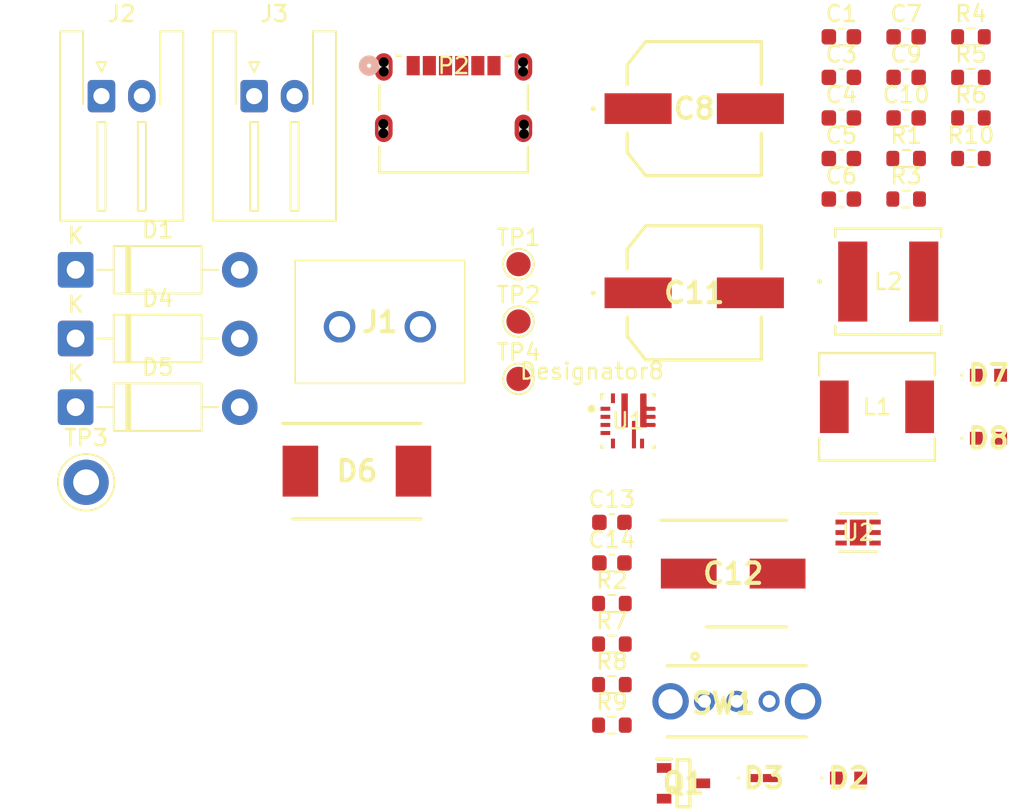
<source format=kicad_pcb>
(kicad_pcb (version 20241229) (generator "pcbnew") (generator_version "9.0")
  (layers (0 "F.Cu" signal) (2 "B.Cu" signal) (13 "F.Paste" user) (15 "B.Paste" user) (5 "F.SilkS" user "F.Silkscreen") (7 "B.SilkS" user "B.Silkscreen") (1 "F.Mask" user) (3 "B.Mask" user) (25 "Edge.Cuts" user))
  (net 0 "")
  (net 1 "Net-(U1-BOOT)")
  (net 2 "Net-(U1-SW)")
  (net 3 "Net-(U1-FB)")
  (net 4 "+5V")
  (net 5 "Net-(C10-Pad1)")
  (net 6 "GND")
  (net 7 "Net-(U1-VIN)")
  (net 8 "Net-(C7-Pad2)")
  (net 9 "Net-(C7-Pad1)")
  (net 10 "+12V")
  (net 11 "Net-(C11-Pad1)")
  (net 12 "VCTRL_5V")
  (net 13 "/Phone Charging/CURR_LIM_nFLT")
  (net 14 "Net-(D1-K)")
  (net 15 "Net-(D2-A)")
  (net 16 "Net-(D3-A)")
  (net 17 "Net-(D4-K)")
  (net 18 "Net-(D5-K)")
  (net 19 "Net-(D7-A)")
  (net 20 "Net-(D8-A)")
  (net 23 "Net-(Q1-S)")
  (net 24 "/Phone Charging/CHG_EN")
  (net 25 "Net-(U1-MODE)")
  (net 26 "GNDA")
  (net 27 "Net-(U2-ILIM)")
  (footprint "KT_EELP41.12-S2U1-25-2X4X-5-R18:KTEELP4112S2U1252X4X5R18" (layer "F.Cu") (at 158.41 80.97)
    (property "Reference" "D8" (at 0 0 0) (layer "F.SilkS") (effects (font (size 1.27 1.27) (thickness 0.254))))
    (property "Value" "GLED" (hide yes))
    (fp_line (start -1.7 0) (end -1.7 0) (stroke (width 0.1)) (layer "F.SilkS"))
    (fp_line (start -1.6 0) (end -1.6 0) (stroke (width 0.1)) (layer "F.SilkS"))
    (fp_arc (start -1.7 0) (mid -1.65 -0.05) (end -1.6 0) (stroke (width 0.1)) (layer "F.SilkS"))
    (fp_arc (start -1.6 0) (mid -1.65 0.05) (end -1.7 0) (stroke (width 0.1)) (layer "F.SilkS"))
    (pad "1" smd rect (at -0.75 0) (size 0.8 0.8) (layers "F.Cu" "F.Mask" "F.Paste") (net 6 "GND"))
    (pad "2" smd rect (at 0.75 0) (size 0.8 0.8) (layers "F.Cu" "F.Mask" "F.Paste") (net 20 "Net-(D8-A)"))
  )
  (footprint "TPS2553DDBVR:DRV6_1P6X1_TEX" (layer "F.Cu") (at 150.3402 86.8043)
    (property "Reference" "U2" (at 0 0 0) (layer "F.SilkS"))
    (property "Value" "TPS2553DDBVR")
    (fp_line (start -1.1811 1.1811) (end 1.1811 1.1811) (stroke (width 0.1524)) (layer "F.SilkS"))
    (fp_line (start 1.1811 -1.1811) (end -1.1811 -1.1811) (stroke (width 0.1524)) (layer "F.SilkS"))
    (pad "1" smd rect (at -1.05 -0.649999) (size 0.7 0.3) (layers "F.Cu" "F.Mask" "F.Paste") (net 12 "VCTRL_5V"))
    (pad "2" smd rect (at -1.05 0) (size 0.7 0.3) (layers "F.Cu" "F.Mask" "F.Paste") (net 27 "Net-(U2-ILIM)"))
    (pad "3" smd rect (at -1.05 0.649999) (size 0.7 0.3) (layers "F.Cu" "F.Mask" "F.Paste") (net 13 "/Phone Charging/CURR_LIM_nFLT"))
    (pad "4" smd rect (at 1.05 0.649999) (size 0.7 0.3) (layers "F.Cu" "F.Mask" "F.Paste") (net 13 "/Phone Charging/CURR_LIM_nFLT"))
    (pad "5" smd rect (at 1.05 0) (size 0.7 0.3) (layers "F.Cu" "F.Mask" "F.Paste") (net 6 "GND"))
    (pad "6" smd rect (at 1.05 -0.649999) (size 0.7 0.3) (layers "F.Cu" "F.Mask" "F.Paste") (net 4 "+5V"))
    (pad "7" smd rect (at 0 0) (size 1.016 1.6002) (layers "F.Cu") (net 6 "GND"))
  )
  (footprint "Resistor_SMD:R_0603_1608Metric" (layer "F.Cu") (at 157.325 61.145)
    (property "Reference" "R6" (at 0 -1.43 0) (layer "F.SilkS"))
    (property "Value" "1.3R")
    (fp_line (start -0.237258 -0.5225) (end 0.237258 -0.5225) (stroke (width 0.12)) (layer "F.SilkS"))
    (fp_line (start -0.237258 0.5225) (end 0.237258 0.5225) (stroke (width 0.12)) (layer "F.SilkS"))
    (pad "1" smd roundrect (at -0.825 0) (size 0.8 0.95) (layers "F.Cu" "F.Mask" "F.Paste") (net 7 "Net-(U1-VIN)"))
    (pad "2" smd roundrect (at 0.825 0) (size 0.8 0.95) (layers "F.Cu" "F.Mask" "F.Paste") (net 9 "Net-(C7-Pad1)"))
  )
  (footprint "Resistor_SMD:R_0603_1608Metric" (layer "F.Cu") (at 135.105 96.215)
    (property "Reference" "R8" (at 0 -1.43 0) (layer "F.SilkS"))
    (property "Value" "560R")
    (fp_line (start -0.237258 -0.5225) (end 0.237258 -0.5225) (stroke (width 0.12)) (layer "F.SilkS"))
    (fp_line (start -0.237258 0.5225) (end 0.237258 0.5225) (stroke (width 0.12)) (layer "F.SilkS"))
    (pad "1" smd roundrect (at -0.825 0) (size 0.8 0.95) (layers "F.Cu" "F.Mask" "F.Paste") (net 23 "Net-(Q1-S)"))
    (pad "2" smd roundrect (at 0.825 0) (size 0.8 0.95) (layers "F.Cu" "F.Mask" "F.Paste") (net 16 "Net-(D3-A)"))
  )
  (footprint "KR_DELPS1.22-VGVI-23-H3Q4:KRDELPS122VGVI23H3Q4" (layer "F.Cu") (at 144.505 102)
    (property "Reference" "D3" (at 0 0 0) (layer "F.SilkS") (effects (font (size 1.27 1.27) (thickness 0.254))))
    (property "Value" "RLED" (hide yes))
    (fp_line (start -1.6 0) (end -1.6 0) (stroke (width 0.1)) (layer "F.SilkS"))
    (fp_line (start -1.5 0) (end -1.5 0) (stroke (width 0.1)) (layer "F.SilkS"))
    (fp_arc (start -1.6 0) (mid -1.55 -0.05) (end -1.5 0) (stroke (width 0.1)) (layer "F.SilkS"))
    (fp_arc (start -1.5 0) (mid -1.55 0.05) (end -1.6 0) (stroke (width 0.1)) (layer "F.SilkS"))
    (pad "1" smd rect (at -0.645 0 90) (size 0.5 0.7) (layers "F.Cu" "F.Mask" "F.Paste") (net 6 "GND"))
    (pad "2" smd rect (at 0.47 0 90) (size 0.5 1.05) (layers "F.Cu" "F.Mask" "F.Paste") (net 16 "Net-(D3-A)"))
  )
  (footprint "Resistor_SMD:R_0603_1608Metric" (layer "F.Cu") (at 157.325 63.655)
    (property "Reference" "R10" (at 0 -1.43 0) (layer "F.SilkS"))
    (property "Value" "510R")
    (fp_line (start -0.237258 -0.5225) (end 0.237258 -0.5225) (stroke (width 0.12)) (layer "F.SilkS"))
    (fp_line (start -0.237258 0.5225) (end 0.237258 0.5225) (stroke (width 0.12)) (layer "F.SilkS"))
    (pad "1" smd roundrect (at -0.825 0) (size 0.8 0.95) (layers "F.Cu" "F.Mask" "F.Paste") (net 4 "+5V"))
    (pad "2" smd roundrect (at 0.825 0) (size 0.8 0.95) (layers "F.Cu" "F.Mask" "F.Paste") (net 20 "Net-(D8-A)"))
  )
  (footprint "SMLJ12A-R:DIOM7959X262N" (layer "F.Cu") (at 119.325 83.005)
    (property "Reference" "D6" (at 0 0 0) (layer "F.SilkS") (effects (font (size 1.27 1.27) (thickness 0.254))))
    (property "Value" "D_TVS" (hide yes))
    (fp_line (start -3.97 2.952) (end 3.97 2.952) (stroke (width 0.2)) (layer "F.SilkS"))
    (fp_line (start 3.97 -2.952) (end -4.6 -2.952) (stroke (width 0.2)) (layer "F.SilkS"))
    (pad "1" smd rect (at -3.5 0) (size 2.2 3.15) (layers "F.Cu" "F.Mask" "F.Paste") (net 6 "GND"))
    (pad "2" smd rect (at 3.5 0) (size 2.2 3.15) (layers "F.Cu" "F.Mask" "F.Paste") (net 10 "+12V"))
  )
  (footprint "Capacitor_SMD:C_0603_1608Metric" (layer "F.Cu") (at 153.315 58.635)
    (property "Reference" "C9" (at 0 -1.43 0) (layer "F.SilkS"))
    (property "Value" "4.7uF")
    (fp_line (start -0.14058 -0.51) (end 0.14058 -0.51) (stroke (width 0.12)) (layer "F.SilkS"))
    (fp_line (start -0.14058 0.51) (end 0.14058 0.51) (stroke (width 0.12)) (layer "F.SilkS"))
    (pad "1" smd roundrect (at -0.775 0) (size 0.9 0.95) (layers "F.Cu" "F.Mask" "F.Paste") (net 8 "Net-(C7-Pad2)"))
    (pad "2" smd roundrect (at 0.775 0) (size 0.9 0.95) (layers "F.Cu" "F.Mask" "F.Paste") (net 6 "GND"))
  )
  (footprint "Capacitor_SMD:C_0603_1608Metric" (layer "F.Cu") (at 149.305 56.125)
    (property "Reference" "C1" (at 0 -1.43 0) (layer "F.SilkS"))
    (property "Value" "0.1uF")
    (fp_line (start -0.14058 -0.51) (end 0.14058 -0.51) (stroke (width 0.12)) (layer "F.SilkS"))
    (fp_line (start -0.14058 0.51) (end 0.14058 0.51) (stroke (width 0.12)) (layer "F.SilkS"))
    (pad "1" smd roundrect (at -0.775 0) (size 0.9 0.95) (layers "F.Cu" "F.Mask" "F.Paste") (net 1 "Net-(U1-BOOT)"))
    (pad "2" smd roundrect (at 0.775 0) (size 0.9 0.95) (layers "F.Cu" "F.Mask" "F.Paste") (net 2 "Net-(U1-SW)"))
  )
  (footprint "Capacitor_SMD:C_0603_1608Metric" (layer "F.Cu") (at 135.105 88.685)
    (property "Reference" "C14" (at 0 -1.43 0) (layer "F.SilkS"))
    (property "Value" "0.1uF")
    (fp_line (start -0.14058 -0.51) (end 0.14058 -0.51) (stroke (width 0.12)) (layer "F.SilkS"))
    (fp_line (start -0.14058 0.51) (end 0.14058 0.51) (stroke (width 0.12)) (layer "F.SilkS"))
    (pad "1" smd roundrect (at -0.775 0) (size 0.9 0.95) (layers "F.Cu" "F.Mask" "F.Paste") (net 13 "/Phone Charging/CURR_LIM_nFLT"))
    (pad "2" smd roundrect (at 0.775 0) (size 0.9 0.95) (layers "F.Cu" "F.Mask" "F.Paste") (net 6 "GND"))
  )
  (footprint "VLS6045EX_4R7M:IND_VLS6045EX-4R7M_TDK-L" (layer "F.Cu") (at 152.2069 71.2728)
    (property "Reference" "L2" (at 0 0 0) (layer "F.SilkS"))
    (property "Value" "4.7uH")
    (fp_line (start -3.2766 -3.2766) (end -3.2766 -2.757753) (stroke (width 0.1524)) (layer "F.SilkS"))
    (fp_line (start -3.2766 2.757753) (end -3.2766 3.2766) (stroke (width 0.1524)) (layer "F.SilkS"))
    (fp_line (start -3.2766 3.2766) (end 3.2766 3.2766) (stroke (width 0.1524)) (layer "F.SilkS"))
    (fp_line (start 3.2766 -3.2766) (end -3.2766 -3.2766) (stroke (width 0.1524)) (layer "F.SilkS"))
    (fp_line (start 3.2766 -2.757753) (end 3.2766 -3.2766) (stroke (width 0.1524)) (layer "F.SilkS"))
    (fp_line (start 3.2766 3.2766) (end 3.2766 2.757753) (stroke (width 0.1524)) (layer "F.SilkS"))
    (fp_circle (center -4.2545 0) (end -4.1783 0) (stroke (width 0.1524)) (fill no) (layer "F.SilkS"))
    (pad "1" smd rect (at -2.1971 0) (size 1.8034 4.953) (layers "F.Cu" "F.Mask" "F.Paste") (net 10 "+12V"))
    (pad "2" smd rect (at 2.1971 0) (size 1.8034 4.953) (layers "F.Cu" "F.Mask" "F.Paste") (net 7 "Net-(U1-VIN)"))
  )
  (footprint "ETQ-P4M3R3YFN:IND_PCC-M0645M_PAN-L" (layer "F.Cu") (at 151.5084 79.0236)
    (property "Reference" "L1" (at 0 0 0) (layer "F.SilkS"))
    (property "Value" "3.3uH")
    (fp_line (start -3.5814 -3.3274) (end -3.5814 -1.954439) (stroke (width 0.1524)) (layer "F.SilkS"))
    (fp_line (start -3.5814 1.954439) (end -3.5814 3.3274) (stroke (width 0.1524)) (layer "F.SilkS"))
    (fp_line (start -3.5814 3.3274) (end 3.5814 3.3274) (stroke (width 0.1524)) (layer "F.SilkS"))
    (fp_line (start 3.5814 -3.3274) (end -3.5814 -3.3274) (stroke (width 0.1524)) (layer "F.SilkS"))
    (fp_line (start 3.5814 -1.954439) (end 3.5814 -3.3274) (stroke (width 0.1524)) (layer "F.SilkS"))
    (fp_line (start 3.5814 3.3274) (end 3.5814 1.954439) (stroke (width 0.1524)) (layer "F.SilkS"))
    (pad "1" smd rect (at -2.6416 0 90) (size 3.2512 1.778) (layers "F.Cu" "F.Mask" "F.Paste") (net 2 "Net-(U1-SW)"))
    (pad "2" smd rect (at 2.6416 0 90) (size 3.2512 1.778) (layers "F.Cu" "F.Mask" "F.Paste") (net 4 "+5V"))
  )
  (footprint "TPS56A37RPAR:RPA0010A-MFG" (layer "F.Cu") (at 136.100002 79.894999)
    (property "Reference" "U1" (at 0 0 0) (layer "F.SilkS"))
    (property "Value" "TPS56A37RPAR")
    (fp_poly (pts (xy 0.800001 -1.699999) (xy 0.750001 -1.649999) (xy 0.750001 0.349999) (xy 0.800001 0.399999) (xy 1.15 0.399999) (xy 1.15 0.375001) (xy 1.659999 0.375001) (xy 1.709999 0.325001) (xy 1.709999 0.175001) (xy 1.659999 0.125001) (xy 1.15 0.125001) (xy 1.15 -0.125001) (xy 1.659999 -0.125001) (xy 1.709999 -0.175001) (xy 1.709999 -0.325001) (xy 1.659999 -0.375001) (xy 1.15 -0.375001) (xy 1.15 -0.625) (xy 1.659999 -0.625) (xy 1.709999 -0.675) (xy 1.709999 -0.825) (xy 1.659999 -0.875) (xy 1.2 -0.875) (xy 1.15 -0.924999) (xy 1.15 -1.649999) (xy 1.1 -1.699999)) (fill yes) (layer "F.Cu"))
    (fp_line (start -1.649999 -1.649999) (end -1.529999 -1.649999) (stroke (width 0.15)) (layer "F.SilkS"))
    (fp_line (start -1.649999 -1.35) (end -1.649999 -1.649999) (stroke (width 0.15)) (layer "F.SilkS"))
    (fp_line (start -1.649999 1.649999) (end -1.649999 1.529999) (stroke (width 0.15)) (layer "F.SilkS"))
    (fp_line (start -1.649999 1.649999) (end -1.529999 1.649999) (stroke (width 0.15)) (layer "F.SilkS"))
    (fp_line (start 1.529999 -1.649999) (end 1.649999 -1.649999) (stroke (width 0.15)) (layer "F.SilkS"))
    (fp_line (start 1.529999 1.659999) (end 1.649999 1.659999) (stroke (width 0.15)) (layer "F.SilkS"))
    (fp_line (start 1.649999 -1.525001) (end 1.649999 -1.645001) (stroke (width 0.15)) (layer "F.SilkS"))
    (fp_line (start 1.649999 1.659999) (end 1.649999 1.539999) (stroke (width 0.15)) (layer "F.SilkS"))
    (fp_circle (center -2.250001 -0.750001) (end -2.125 -0.750001) (stroke (width 0.25)) (fill no) (layer "F.SilkS"))
    (fp_text user "Designator8" (at -2.2352 -3.0734 0) (layer "F.SilkS"))
    (pad "1" smd rect (at -1.4 -0.750001) (size 0.599999 0.249999) (layers "F.Cu" "F.Mask" "F.Paste"))
    (pad "2" smd rect (at -1.4 -0.25) (size 0.599999 0.249999) (layers "F.Cu" "F.Mask" "F.Paste") (net 3 "Net-(U1-FB)"))
    (pad "3" smd rect (at -1.4 0.25) (size 0.599999 0.249999) (layers "F.Cu" "F.Mask" "F.Paste") (net 26 "GNDA"))
    (pad "4" smd rect (at -1.4 0.750001) (size 0.599999 0.249999) (layers "F.Cu" "F.Mask" "F.Paste"))
    (pad "5" smd rect (at -0.930001 1.4 90) (size 0.599999 0.249999) (layers "F.Cu" "F.Mask" "F.Paste"))
    (pad "6" smd rect (at 0.369999 0.850001) (size 0.249999 1.699999) (layers "F.Cu" "F.Mask") (net 2 "Net-(U1-SW)"))
    (pad "7" smd rect (at 0.870001 1.4 90) (size 0.599999 0.249999) (layers "F.Cu" "F.Mask" "F.Paste") (net 1 "Net-(U1-BOOT)"))
    (pad "8" smd circle (at 0.989998 -0.800001) (size 0.349905 0.349905) (layers "F.Cu" "F.Mask" "F.Paste") (net 7 "Net-(U1-VIN)"))
    (pad "9" smd rect (at -0.21 -0.650001) (size 0.399999 2.100001) (layers "F.Cu" "F.Mask") (net 6 "GND"))
    (pad "10" smd rect (at -0.930001 -1.4 90) (size 0.599999 0.249999) (layers "F.Cu" "F.Mask" "F.Paste") (net 25 "Net-(U1-MODE)"))
  )
  (footprint "Capacitor_SMD:C_0603_1608Metric" (layer "F.Cu") (at 149.305 63.655)
    (property "Reference" "C5" (at 0 -1.43 0) (layer "F.SilkS"))
    (property "Value" "1.0uF")
    (fp_line (start -0.14058 -0.51) (end 0.14058 -0.51) (stroke (width 0.12)) (layer "F.SilkS"))
    (fp_line (start -0.14058 0.51) (end 0.14058 0.51) (stroke (width 0.12)) (layer "F.SilkS"))
    (pad "1" smd roundrect (at -0.775 0) (size 0.9 0.95) (layers "F.Cu" "F.Mask" "F.Paste") (net 7 "Net-(U1-VIN)"))
    (pad "2" smd roundrect (at 0.775 0) (size 0.9 0.95) (layers "F.Cu" "F.Mask" "F.Paste") (net 6 "GND"))
  )
  (footprint "Capacitor_SMD:C_0603_1608Metric" (layer "F.Cu") (at 153.315 61.145)
    (property "Reference" "C10" (at 0 -1.43 0) (layer "F.SilkS"))
    (property "Value" "22.0uF")
    (fp_line (start -0.14058 -0.51) (end 0.14058 -0.51) (stroke (width 0.12)) (layer "F.SilkS"))
    (fp_line (start -0.14058 0.51) (end 0.14058 0.51) (stroke (width 0.12)) (layer "F.SilkS"))
    (pad "1" smd roundrect (at -0.775 0) (size 0.9 0.95) (layers "F.Cu" "F.Mask" "F.Paste") (net 5 "Net-(C10-Pad1)"))
    (pad "2" smd roundrect (at 0.775 0) (size 0.9 0.95) (layers "F.Cu" "F.Mask" "F.Paste") (net 6 "GND"))
  )
  (footprint "35SVPF39M:16SVF270M" (layer "F.Cu") (at 140.2 60.57)
    (property "Reference" "C8" (at 0 0 0) (layer "F.SilkS") (effects (font (size 1.27 1.27) (thickness 0.254))))
    (property "Value" "39.0uF" (hide yes))
    (fp_line (start -6.3 0) (end -6.3 0) (stroke (width 0.2)) (layer "F.SilkS"))
    (fp_line (start -6.3 0) (end -6.3 0) (stroke (width 0.2)) (layer "F.SilkS"))
    (fp_line (start -6.2 0) (end -6.2 0) (stroke (width 0.2)) (layer "F.SilkS"))
    (fp_line (start -4.15 -2.7) (end -3 -4.15) (stroke (width 0.2)) (layer "F.SilkS"))
    (fp_line (start -4.15 -1.5) (end -4.15 -2.7) (stroke (width 0.2)) (layer "F.SilkS"))
    (fp_line (start -4.15 1.5) (end -4.15 2.7) (stroke (width 0.2)) (layer "F.SilkS"))
    (fp_line (start -4.15 2.7) (end -3 4.15) (stroke (width 0.2)) (layer "F.SilkS"))
    (fp_line (start -3 -4.15) (end 4.15 -4.15) (stroke (width 0.2)) (layer "F.SilkS"))
    (fp_line (start -3 4.15) (end 4.15 4.15) (stroke (width 0.2)) (layer "F.SilkS"))
    (fp_line (start 4.15 -4.15) (end 4.15 -1.5) (stroke (width 0.2)) (layer "F.SilkS"))
    (fp_line (start 4.15 4.15) (end 4.15 1.5) (stroke (width 0.2)) (layer "F.SilkS"))
    (fp_arc (start -6.3 0) (mid -6.25 -0.05) (end -6.2 0) (stroke (width 0.2)) (layer "F.SilkS"))
    (fp_arc (start -6.2 0) (mid -6.25 0.05) (end -6.3 0) (stroke (width 0.2)) (layer "F.SilkS"))
    (fp_arc (start -6.2 0) (mid -6.25 0.05) (end -6.3 0) (stroke (width 0.2)) (layer "F.SilkS"))
    (pad "1" smd rect (at -3.475 0 90) (size 1.9 4.15) (layers "F.Cu" "F.Mask" "F.Paste") (net 10 "+12V"))
    (pad "2" smd rect (at 3.475 0 90) (size 1.9 4.15) (layers "F.Cu" "F.Mask" "F.Paste") (net 11 "Net-(C11-Pad1)"))
  )
  (footprint "TB002-500-02BE:TB00250002BE" (layer "F.Cu") (at 118.25 74.07)
    (property "Reference" "J1" (at 2.5 -0.3 0) (layer "F.SilkS") (effects (font (size 1.27 1.27) (thickness 0.254))))
    (property "Value" "Conn_01x02_Socket" (hide yes))
    (fp_line (start -2.75 -4.1) (end 7.75 -4.1) (stroke (width 0.1)) (layer "F.SilkS"))
    (fp_line (start -2.75 3.5) (end -2.75 -4.1) (stroke (width 0.1)) (layer "F.SilkS"))
    (fp_line (start 7.75 -4.1) (end 7.75 3.5) (stroke (width 0.1)) (layer "F.SilkS"))
    (fp_line (start 7.75 3.5) (end -2.75 3.5) (stroke (width 0.1)) (layer "F.SilkS"))
    (pad "1" thru_hole circle (at 0 0) (size 1.95 1.95) (drill 1.3) (layers "*.Cu" "*.Mask") (net 10 "+12V"))
    (pad "2" thru_hole circle (at 5 0) (size 1.95 1.95) (drill 1.3) (layers "*.Cu" "*.Mask") (net 6 "GND"))
  )
  (footprint "Connector_JST:JST_XH_S2B-XH-A-1_1x02_P2.50mm_Horizontal" (layer "F.Cu") (at 103.515 59.795)
    (property "Reference" "J2" (at 1.25 -5.1 0) (layer "F.SilkS"))
    (property "Value" "Conn_01x02_Socket")
    (fp_line (start -2.56 -4.01) (end -1.14 -4.01) (stroke (width 0.12)) (layer "F.SilkS"))
    (fp_line (start -2.56 7.71) (end -2.56 -4.01) (stroke (width 0.12)) (layer "F.SilkS"))
    (fp_line (start -1.14 -4.01) (end -1.14 0.49) (stroke (width 0.12)) (layer "F.SilkS"))
    (fp_line (start -0.3 -2.1) (end 0.3 -2.1) (stroke (width 0.12)) (layer "F.SilkS"))
    (fp_line (start 0 -1.5) (end -0.3 -2.1) (stroke (width 0.12)) (layer "F.SilkS"))
    (fp_line (start 0.3 -2.1) (end 0 -1.5) (stroke (width 0.12)) (layer "F.SilkS"))
    (fp_line (start 1.25 7.71) (end -2.56 7.71) (stroke (width 0.12)) (layer "F.SilkS"))
    (fp_line (start 1.25 7.71) (end 5.06 7.71) (stroke (width 0.12)) (layer "F.SilkS"))
    (fp_line (start 3.64 -4.01) (end 3.64 0.49) (stroke (width 0.12)) (layer "F.SilkS"))
    (fp_line (start 5.06 -4.01) (end 3.64 -4.01) (stroke (width 0.12)) (layer "F.SilkS"))
    (fp_line (start 5.06 7.71) (end 5.06 -4.01) (stroke (width 0.12)) (layer "F.SilkS"))
    (fp_rect (start -0.25 1.6) (end 0.25 7.1) (stroke (width 0.12)) (fill no) (layer "F.SilkS"))
    (fp_rect (start 2.25 1.6) (end 2.75 7.1) (stroke (width 0.12)) (fill no) (layer "F.SilkS"))
    (pad "1" thru_hole roundrect (at 0 0) (size 1.7 2) (drill 1) (layers "*.Cu" "*.Mask") (roundrect_rratio 0.147059) (net 17 "Net-(D4-K)"))
    (pad "2" thru_hole oval (at 2.5 0) (size 1.7 2) (drill 1) (layers "*.Cu" "*.Mask") (net 6 "GND"))
  )
  (footprint "KT_EELP41.12-S2U1-25-2X4X-5-R18:KTEELP4112S2U1252X4X5R18" (layer "F.Cu") (at 149.75 102)
    (property "Reference" "D2" (at 0 0 0) (layer "F.SilkS") (effects (font (size 1.27 1.27) (thickness 0.254))))
    (property "Value" "GLED" (hide yes))
    (fp_line (start -1.7 0) (end -1.7 0) (stroke (width 0.1)) (layer "F.SilkS"))
    (fp_line (start -1.6 0) (end -1.6 0) (stroke (width 0.1)) (layer "F.SilkS"))
    (fp_arc (start -1.7 0) (mid -1.65 -0.05) (end -1.6 0) (stroke (width 0.1)) (layer "F.SilkS"))
    (fp_arc (start -1.6 0) (mid -1.65 0.05) (end -1.7 0) (stroke (width 0.1)) (layer "F.SilkS"))
    (pad "1" smd rect (at -0.75 0) (size 0.8 0.8) (layers "F.Cu" "F.Mask" "F.Paste") (net 6 "GND"))
    (pad "2" smd rect (at 0.75 0) (size 0.8 0.8) (layers "F.Cu" "F.Mask" "F.Paste") (net 15 "Net-(D2-A)"))
  )
  (footprint "GYG1E121MCQ1GS:CAPAE660X610N" (layer "F.Cu") (at 142.61 89.345)
    (property "Reference" "C12" (at 0 0 0) (layer "F.SilkS") (effects (font (size 1.27 1.27) (thickness 0.254))))
    (property "Value" "120uF" (hide yes))
    (fp_line (start -4.475 -3.3) (end 3.3 -3.3) (stroke (width 0.2)) (layer "F.SilkS"))
    (fp_line (start -1.65 3.3) (end 3.3 3.3) (stroke (width 0.2)) (layer "F.SilkS"))
    (pad "1" smd rect (at -2.75 0 90) (size 1.85 3.45) (layers "F.Cu" "F.Mask" "F.Paste") (net 12 "VCTRL_5V"))
    (pad "2" smd rect (at 2.75 0 90) (size 1.85 3.45) (layers "F.Cu" "F.Mask" "F.Paste") (net 6 "GND"))
  )
  (footprint "KT_EELP41.12-S2U1-25-2X4X-5-R18:KTEELP4112S2U1252X4X5R18" (layer "F.Cu") (at 158.41 77.07)
    (property "Reference" "D7" (at 0 0 0) (layer "F.SilkS") (effects (font (size 1.27 1.27) (thickness 0.254))))
    (property "Value" "GLED" (hide yes))
    (fp_line (start -1.7 0) (end -1.7 0) (stroke (width 0.1)) (layer "F.SilkS"))
    (fp_line (start -1.6 0) (end -1.6 0) (stroke (width 0.1)) (layer "F.SilkS"))
    (fp_arc (start -1.7 0) (mid -1.65 -0.05) (end -1.6 0) (stroke (width 0.1)) (layer "F.SilkS"))
    (fp_arc (start -1.6 0) (mid -1.65 0.05) (end -1.7 0) (stroke (width 0.1)) (layer "F.SilkS"))
    (pad "1" smd rect (at -0.75 0) (size 0.8 0.8) (layers "F.Cu" "F.Mask" "F.Paste") (net 6 "GND"))
    (pad "2" smd rect (at 0.75 0) (size 0.8 0.8) (layers "F.Cu" "F.Mask" "F.Paste") (net 19 "Net-(D7-A)"))
  )
  (footprint "USB4125-GF-A:CONN6_USB4125_GCT" (layer "F.Cu") (at 125.307401 60.909801)
    (property "Reference" "P2" (at 0 -2.999801 0) (layer "F.SilkS"))
    (property "Value" "USB_C_Plug_USB2.0")
    (fp_line (start -4.5974 -1.781089) (end -4.5974 -0.258524) (stroke (width 0.1524)) (layer "F.SilkS"))
    (fp_line (start -4.5974 2.018921) (end -4.5974 3.6068) (stroke (width 0.1524)) (layer "F.SilkS"))
    (fp_line (start -4.5974 3.6068) (end 4.5974 3.6068) (stroke (width 0.1524)) (layer "F.SilkS"))
    (fp_line (start -3.238982 -3.606801) (end -3.528621 -3.606801) (stroke (width 0.1524)) (layer "F.SilkS"))
    (fp_line (start 3.528621 -3.606801) (end 3.238982 -3.606801) (stroke (width 0.1524)) (layer "F.SilkS"))
    (fp_line (start 4.5974 -0.258524) (end 4.5974 -1.781089) (stroke (width 0.1524)) (layer "F.SilkS"))
    (fp_line (start 4.5974 3.6068) (end 4.5974 2.018921) (stroke (width 0.1524)) (layer "F.SilkS"))
    (fp_arc (start -5.376641 -2.64716) (mid -5.613375 -3.004189) (end -5.368481 -3.35567) (stroke (width 0.508)) (layer "F.SilkS"))
    (fp_circle (center -5.2324 -2.999801) (end -4.8514 -2.999801) (stroke (width 0.508)) (fill no) (layer "B.SilkS"))
    (fp_line (start -4.348931 1.184036) (end -4.348931 0.599836) (stroke (width 0.6096)) (layer "Edge.Cuts"))
    (fp_line (start -4.322797 -2.631616) (end -4.322797 -3.215816) (stroke (width 0.6096)) (layer "Edge.Cuts"))
    (fp_line (start 4.301623 -2.631616) (end 4.301623 -3.215816) (stroke (width 0.6096)) (layer "Edge.Cuts"))
    (fp_line (start 4.353892 1.223238) (end 4.353892 0.639038) (stroke (width 0.6096)) (layer "Edge.Cuts"))
    (pad "" np_thru_hole circle (at -4.348931 0.599836) (size 0.6096 0.6096) (drill 0.6096) (layers))
    (pad "" np_thru_hole circle (at -4.348931 1.184036) (size 0.6096 0.6096) (drill 0.6096) (layers))
    (pad "" np_thru_hole circle (at -4.322797 -3.215816) (size 0.6096 0.6096) (drill 0.6096) (layers))
    (pad "" np_thru_hole circle (at -4.322797 -2.631616) (size 0.6096 0.6096) (drill 0.6096) (layers))
    (pad "" np_thru_hole circle (at 4.301623 -3.215816) (size 0.6096 0.6096) (drill 0.6096) (layers))
    (pad "" np_thru_hole circle (at 4.301623 -2.631616) (size 0.6096 0.6096) (drill 0.6096) (layers))
    (pad "" np_thru_hole circle (at 4.353892 0.639038) (size 0.6096 0.6096) (drill 0.6096) (layers))
    (pad "" np_thru_hole circle (at 4.353892 1.223238) (size 0.6096 0.6096) (drill 0.6096) (layers))
    (pad "7" smd oval (at -4.320002 -2.919801) (size 1.0922 1.7018) (layers "F.Cu" "F.Mask" "F.Paste"))
    (pad "8" smd oval (at 4.320002 -2.919801) (size 1.0922 1.7018) (layers "F.Cu" "F.Mask" "F.Paste"))
    (pad "9" smd oval (at -4.320032 0.880199) (size 1.0922 1.7018) (layers "F.Cu" "F.Mask" "F.Paste"))
    (pad "10" smd oval (at 4.320032 0.880199) (size 1.0922 1.7018) (layers "F.Cu" "F.Mask" "F.Paste"))
    (pad "A5" smd rect (at -0.499999 -2.999801) (size 0.8128 1.1938) (layers "F.Cu" "F.Mask" "F.Paste"))
    (pad "A9" smd rect (at 1.499997 -2.999801) (size 0.8128 1.1938) (layers "F.Cu" "F.Mask" "F.Paste") (net 14 "Net-(D1-K)"))
    (pad "A12" smd rect (at 2.499995 -2.999801) (size 0.8128 1.1938) (layers "F.Cu" "F.Mask" "F.Paste") (net 6 "GND"))
    (pad "B5" smd rect (at 0.499999 -2.999801) (size 0.8128 1.1938) (layers "F.Cu" "F.Mask" "F.Paste"))
    (pad "B9" smd rect (at -1.499997 -2.999801) (size 0.8128 1.1938) (layers "F.Cu" "F.Mask" "F.Paste") (net 14 "Net-(D1-K)"))
    (pad "B12" smd rect (at -2.499995 -2.999801) (size 0.8128 1.1938) (layers "F.Cu" "F.Mask" "F.Paste") (net 6 "GND"))
  )
  (footprint "Resistor_SMD:R_0603_1608Metric" (layer "F.Cu") (at 157.325 56.125)
    (property "Reference" "R4" (at 0 -1.43 0) (layer "F.SilkS"))
    (property "Value" "10.0kR")
    (fp_line (start -0.237258 -0.5225) (end 0.237258 -0.5225) (stroke (width 0.12)) (layer "F.SilkS"))
    (fp_line (start -0.237258 0.5225) (end 0.237258 0.5225) (stroke (width 0.12)) (layer "F.SilkS"))
    (pad "1" smd roundrect (at -0.825 0) (size 0.8 0.95) (layers "F.Cu" "F.Mask" "F.Paste") (net 26 "GNDA"))
    (pad "2" smd roundrect (at 0.825 0) (size 0.8 0.95) (layers "F.Cu" "F.Mask" "F.Paste") (net 3 "Net-(U1-FB)"))
  )
  (footprint "TestPoint:TestPoint_Pad_D1.5mm" (layer "F.Cu") (at 129.325 70.195)
    (property "Reference" "TP1" (at 0 -1.648 0) (layer "F.SilkS"))
    (property "Value" "TestPoint")
    (fp_circle (center 0 0) (end 0 0.95) (stroke (width 0.12)) (fill no) (layer "F.SilkS"))
    (pad "1" smd circle (at 0 0) (size 1.5 1.5) (layers "F.Cu" "F.Mask") (net 10 "+12V"))
  )
  (footprint "Capacitor_SMD:C_0603_1608Metric" (layer "F.Cu") (at 135.105 86.175)
    (property "Reference" "C13" (at 0 -1.43 0) (layer "F.SilkS"))
    (property "Value" "0.1uF")
    (fp_line (start -0.14058 -0.51) (end 0.14058 -0.51) (stroke (width 0.12)) (layer "F.SilkS"))
    (fp_line (start -0.14058 0.51) (end 0.14058 0.51) (stroke (width 0.12)) (layer "F.SilkS"))
    (pad "1" smd roundrect (at -0.775 0) (size 0.9 0.95) (layers "F.Cu" "F.Mask" "F.Paste") (net 4 "+5V"))
    (pad "2" smd roundrect (at 0.775 0) (size 0.9 0.95) (layers "F.Cu" "F.Mask" "F.Paste") (net 6 "GND"))
  )
  (footprint "BSS84PH6327XTSA2:SOT95P240X110-3N" (layer "F.Cu") (at 139.535 102.325)
    (property "Reference" "Q1" (at 0 0 0) (layer "F.SilkS") (effects (font (size 1.27 1.27) (thickness 0.254))))
    (property "Value" "Q_PMOS_DSG" (hide yes))
    (fp_line (start -1.65 -1.5) (end -0.75 -1.5) (stroke (width 0.2)) (layer "F.SilkS"))
    (fp_line (start -0.4 -1.45) (end 0.4 -1.45) (stroke (width 0.2)) (layer "F.SilkS"))
    (fp_line (start -0.4 1.45) (end -0.4 -1.45) (stroke (width 0.2)) (layer "F.SilkS"))
    (fp_line (start 0.4 -1.45) (end 0.4 1.45) (stroke (width 0.2)) (layer "F.SilkS"))
    (fp_line (start 0.4 1.45) (end -0.4 1.45) (stroke (width 0.2)) (layer "F.SilkS"))
    (pad "1" smd rect (at -1.2 -0.95 90) (size 0.6 0.9) (layers "F.Cu" "F.Mask" "F.Paste") (net 24 "/Phone Charging/CHG_EN"))
    (pad "2" smd rect (at -1.2 0.95 90) (size 0.6 0.9) (layers "F.Cu" "F.Mask" "F.Paste") (net 23 "Net-(Q1-S)"))
    (pad "3" smd rect (at 1.2 0 90) (size 0.6 0.9) (layers "F.Cu" "F.Mask" "F.Paste") (net 13 "/Phone Charging/CURR_LIM_nFLT"))
  )
  (footprint "Resistor_SMD:R_0603_1608Metric" (layer "F.Cu") (at 157.325 58.635)
    (property "Reference" "R5" (at 0 -1.43 0) (layer "F.SilkS"))
    (property "Value" "1.8kR")
    (fp_line (start -0.237258 -0.5225) (end 0.237258 -0.5225) (stroke (width 0.12)) (layer "F.SilkS"))
    (fp_line (start -0.237258 0.5225) (end 0.237258 0.5225) (stroke (width 0.12)) (layer "F.SilkS"))
    (pad "1" smd roundrect (at -0.825 0) (size 0.8 0.95) (layers "F.Cu" "F.Mask" "F.Paste") (net 10 "+12V"))
    (pad "2" smd roundrect (at 0.825 0) (size 0.8 0.95) (layers "F.Cu" "F.Mask" "F.Paste") (net 19 "Net-(D7-A)"))
  )
  (footprint "Capacitor_SMD:C_0603_1608Metric" (layer "F.Cu") (at 149.305 61.145)
    (property "Reference" "C4" (at 0 -1.43 0) (layer "F.SilkS"))
    (property "Value" "22.0uF")
    (fp_line (start -0.14058 -0.51) (end 0.14058 -0.51) (stroke (width 0.12)) (layer "F.SilkS"))
    (fp_line (start -0.14058 0.51) (end 0.14058 0.51) (stroke (width 0.12)) (layer "F.SilkS"))
    (pad "1" smd roundrect (at -0.775 0) (size 0.9 0.95) (layers "F.Cu" "F.Mask" "F.Paste") (net 4 "+5V"))
    (pad "2" smd roundrect (at 0.775 0) (size 0.9 0.95) (layers "F.Cu" "F.Mask" "F.Paste") (net 5 "Net-(C10-Pad1)"))
  )
  (footprint "Capacitor_SMD:C_0603_1608Metric" (layer "F.Cu") (at 149.305 58.635)
    (property "Reference" "C3" (at 0 -1.43 0) (layer "F.SilkS"))
    (property "Value" "150.0pF")
    (fp_line (start -0.14058 -0.51) (end 0.14058 -0.51) (stroke (width 0.12)) (layer "F.SilkS"))
    (fp_line (start -0.14058 0.51) (end 0.14058 0.51) (stroke (width 0.12)) (layer "F.SilkS"))
    (pad "1" smd roundrect (at -0.775 0) (size 0.9 0.95) (layers "F.Cu" "F.Mask" "F.Paste") (net 4 "+5V"))
    (pad "2" smd roundrect (at 0.775 0) (size 0.9 0.95) (layers "F.Cu" "F.Mask" "F.Paste") (net 3 "Net-(U1-FB)"))
  )
  (footprint "Capacitor_SMD:C_0603_1608Metric" (layer "F.Cu") (at 149.305 66.165)
    (property "Reference" "C6" (at 0 -1.43 0) (layer "F.SilkS"))
    (property "Value" "15.0uF")
    (fp_line (start -0.14058 -0.51) (end 0.14058 -0.51) (stroke (width 0.12)) (layer "F.SilkS"))
    (fp_line (start -0.14058 0.51) (end 0.14058 0.51) (stroke (width 0.12)) (layer "F.SilkS"))
    (pad "1" smd roundrect (at -0.775 0) (size 0.9 0.95) (layers "F.Cu" "F.Mask" "F.Paste") (net 7 "Net-(U1-VIN)"))
    (pad "2" smd roundrect (at 0.775 0) (size 0.9 0.95) (layers "F.Cu" "F.Mask" "F.Paste") (net 6 "GND"))
  )
  (footprint "TestPoint:TestPoint_Keystone_5005-5009_Compact" (layer "F.Cu") (at 102.565 83.695)
    (property "Reference" "TP3" (at 0 -2.75 0) (layer "F.SilkS"))
    (property "Value" "TestPoint")
    (fp_circle (center 0 0) (end 1.75 0) (stroke (width 0.12)) (fill no) (layer "F.SilkS"))
    (pad "1" thru_hole circle (at 0 0) (size 2.8 2.8) (drill 1.6) (layers "*.Cu" "*.Mask") (net 6 "GND"))
  )
  (footprint "Capacitor_SMD:C_0603_1608Metric" (layer "F.Cu") (at 153.315 56.125)
    (property "Reference" "C7" (at 0 -1.43 0) (layer "F.SilkS"))
    (property "Value" "4.7uF")
    (fp_line (start -0.14058 -0.51) (end 0.14058 -0.51) (stroke (width 0.12)) (layer "F.SilkS"))
    (fp_line (start -0.14058 0.51) (end 0.14058 0.51) (stroke (width 0.12)) (layer "F.SilkS"))
    (pad "1" smd roundrect (at -0.775 0) (size 0.9 0.95) (layers "F.Cu" "F.Mask" "F.Paste") (net 9 "Net-(C7-Pad1)"))
    (pad "2" smd roundrect (at 0.775 0) (size 0.9 0.95) (layers "F.Cu" "F.Mask" "F.Paste") (net 8 "Net-(C7-Pad2)"))
  )
  (footprint "35SVPF39M:16SVF270M" (layer "F.Cu") (at 140.2 71.97)
    (property "Reference" "C11" (at 0 0 0) (layer "F.SilkS") (effects (font (size 1.27 1.27) (thickness 0.254))))
    (property "Value" "39.0uF" (hide yes))
    (fp_line (start -6.3 0) (end -6.3 0) (stroke (width 0.2)) (layer "F.SilkS"))
    (fp_line (start -6.3 0) (end -6.3 0) (stroke (width 0.2)) (layer "F.SilkS"))
    (fp_line (start -6.2 0) (end -6.2 0) (stroke (width 0.2)) (layer "F.SilkS"))
    (fp_line (start -4.15 -2.7) (end -3 -4.15) (stroke (width 0.2)) (layer "F.SilkS"))
    (fp_line (start -4.15 -1.5) (end -4.15 -2.7) (stroke (width 0.2)) (layer "F.SilkS"))
    (fp_line (start -4.15 1.5) (end -4.15 2.7) (stroke (width 0.2)) (layer "F.SilkS"))
    (fp_line (start -4.15 2.7) (end -3 4.15) (stroke (width 0.2)) (layer "F.SilkS"))
    (fp_line (start -3 -4.15) (end 4.15 -4.15) (stroke (width 0.2)) (layer "F.SilkS"))
    (fp_line (start -3 4.15) (end 4.15 4.15) (stroke (width 0.2)) (layer "F.SilkS"))
    (fp_line (start 4.15 -4.15) (end 4.15 -1.5) (stroke (width 0.2)) (layer "F.SilkS"))
    (fp_line (start 4.15 4.15) (end 4.15 1.5) (stroke (width 0.2)) (layer "F.SilkS"))
    (fp_arc (start -6.3 0) (mid -6.25 -0.05) (end -6.2 0) (stroke (width 0.2)) (layer "F.SilkS"))
    (fp_arc (start -6.2 0) (mid -6.25 0.05) (end -6.3 0) (stroke (width 0.2)) (layer "F.SilkS"))
    (fp_arc (start -6.2 0) (mid -6.25 0.05) (end -6.3 0) (stroke (width 0.2)) (layer "F.SilkS"))
    (pad "1" smd rect (at -3.475 0 90) (size 1.9 4.15) (layers "F.Cu" "F.Mask" "F.Paste") (net 11 "Net-(C11-Pad1)"))
    (pad "2" smd rect (at 3.475 0 90) (size 1.9 4.15) (layers "F.Cu" "F.Mask" "F.Paste") (net 6 "GND"))
  )
  (footprint "Resistor_SMD:R_0603_1608Metric" (layer "F.Cu") (at 135.105 93.705)
    (property "Reference" "R7" (at 0 -1.43 0) (layer "F.SilkS"))
    (property "Value" "510R")
    (fp_line (start -0.237258 -0.5225) (end 0.237258 -0.5225) (stroke (width 0.12)) (layer "F.SilkS"))
    (fp_line (start -0.237258 0.5225) (end 0.237258 0.5225) (stroke (width 0.12)) (layer "F.SilkS"))
    (pad "1" smd roundrect (at -0.825 0) (size 0.8 0.95) (layers "F.Cu" "F.Mask" "F.Paste") (net 24 "/Phone Charging/CHG_EN"))
    (pad "2" smd roundrect (at 0.825 0) (size 0.8 0.95) (layers "F.Cu" "F.Mask" "F.Paste") (net 15 "Net-(D2-A)"))
  )
  (footprint "Diode_THT:D_DO-41_SOD81_P10.16mm_Horizontal" (layer "F.Cu") (at 101.915 74.795)
    (property "Reference" "D4" (at 5.08 -2.47 0) (layer "F.SilkS"))
    (property "Value" "1N5819")
    (fp_line (start 1.34 0) (end 2.36 0) (stroke (width 0.12)) (layer "F.SilkS"))
    (fp_line (start 3.14 -1.47) (end 3.14 1.47) (stroke (width 0.12)) (layer "F.SilkS"))
    (fp_line (start 3.26 -1.47) (end 3.26 1.47) (stroke (width 0.12)) (layer "F.SilkS"))
    (fp_line (start 3.38 -1.47) (end 3.38 1.47) (stroke (width 0.12)) (layer "F.SilkS"))
    (fp_line (start 8.82 0) (end 7.8 0) (stroke (width 0.12)) (layer "F.SilkS"))
    (fp_rect (start 2.36 -1.47) (end 7.8 1.47) (stroke (width 0.12)) (fill no) (layer "F.SilkS"))
    (fp_text user "K" (at 0 -2.1 0) (layer "F.SilkS"))
    (pad "1" thru_hole roundrect (at 0 0) (size 2.2 2.2) (drill 1.1) (layers "*.Cu" "*.Mask") (roundrect_rratio 0.113636) (net 17 "Net-(D4-K)"))
    (pad "2" thru_hole circle (at 10.16 0) (size 2.2 2.2) (drill 1.1) (layers "*.Cu" "*.Mask") (net 10 "+12V"))
  )
  (footprint "TestPoint:TestPoint_Pad_D1.5mm" (layer "F.Cu") (at 129.325 77.295)
    (property "Reference" "TP4" (at 0 -1.648 0) (layer "F.SilkS"))
    (property "Value" "TestPoint")
    (fp_circle (center 0 0) (end 0 0.95) (stroke (width 0.12)) (fill no) (layer "F.SilkS"))
    (pad "1" smd circle (at 0 0) (size 1.5 1.5) (layers "F.Cu" "F.Mask") (net 12 "VCTRL_5V"))
  )
  (footprint "Resistor_SMD:R_0603_1608Metric" (layer "F.Cu") (at 135.105 98.725)
    (property "Reference" "R9" (at 0 -1.43 0) (layer "F.SilkS"))
    (property "Value" "100kR")
    (fp_line (start -0.237258 -0.5225) (end 0.237258 -0.5225) (stroke (width 0.12)) (layer "F.SilkS"))
    (fp_line (start -0.237258 0.5225) (end 0.237258 0.5225) (stroke (width 0.12)) (layer "F.SilkS"))
    (pad "1" smd roundrect (at -0.825 0) (size 0.8 0.95) (layers "F.Cu" "F.Mask" "F.Paste") (net 24 "/Phone Charging/CHG_EN"))
    (pad "2" smd roundrect (at 0.825 0) (size 0.8 0.95) (layers "F.Cu" "F.Mask" "F.Paste") (net 13 "/Phone Charging/CURR_LIM_nFLT"))
  )
  (footprint "Diode_THT:D_DO-41_SOD81_P10.16mm_Horizontal" (layer "F.Cu") (at 101.915 70.545)
    (property "Reference" "D1" (at 5.08 -2.47 0) (layer "F.SilkS"))
    (property "Value" "1N5819")
    (fp_line (start 1.34 0) (end 2.36 0) (stroke (width 0.12)) (layer "F.SilkS"))
    (fp_line (start 3.14 -1.47) (end 3.14 1.47) (stroke (width 0.12)) (layer "F.SilkS"))
    (fp_line (start 3.26 -1.47) (end 3.26 1.47) (stroke (width 0.12)) (layer "F.SilkS"))
    (fp_line (start 3.38 -1.47) (end 3.38 1.47) (stroke (width 0.12)) (layer "F.SilkS"))
    (fp_line (start 8.82 0) (end 7.8 0) (stroke (width 0.12)) (layer "F.SilkS"))
    (fp_rect (start 2.36 -1.47) (end 7.8 1.47) (stroke (width 0.12)) (fill no) (layer "F.SilkS"))
    (fp_text user "K" (at 0 -2.1 0) (layer "F.SilkS"))
    (pad "1" thru_hole roundrect (at 0 0) (size 2.2 2.2) (drill 1.1) (layers "*.Cu" "*.Mask") (roundrect_rratio 0.113636) (net 14 "Net-(D1-K)"))
    (pad "2" thru_hole circle (at 10.16 0) (size 2.2 2.2) (drill 1.1) (layers "*.Cu" "*.Mask") (net 12 "VCTRL_5V"))
  )
  (footprint "Connector_JST:JST_XH_S2B-XH-A-1_1x02_P2.50mm_Horizontal" (layer "F.Cu") (at 112.965 59.795)
    (property "Reference" "J3" (at 1.25 -5.1 0) (layer "F.SilkS"))
    (property "Value" "Conn_01x02_Socket")
    (fp_line (start -2.56 -4.01) (end -1.14 -4.01) (stroke (width 0.12)) (layer "F.SilkS"))
    (fp_line (start -2.56 7.71) (end -2.56 -4.01) (stroke (width 0.12)) (layer "F.SilkS"))
    (fp_line (start -1.14 -4.01) (end -1.14 0.49) (stroke (width 0.12)) (layer "F.SilkS"))
    (fp_line (start -0.3 -2.1) (end 0.3 -2.1) (stroke (width 0.12)) (layer "F.SilkS"))
    (fp_line (start 0 -1.5) (end -0.3 -2.1) (stroke (width 0.12)) (layer "F.SilkS"))
    (fp_line (start 0.3 -2.1) (end 0 -1.5) (stroke (width 0.12)) (layer "F.SilkS"))
    (fp_line (start 1.25 7.71) (end -2.56 7.71) (stroke (width 0.12)) (layer "F.SilkS"))
    (fp_line (start 1.25 7.71) (end 5.06 7.71) (stroke (width 0.12)) (layer "F.SilkS"))
    (fp_line (start 3.64 -4.01) (end 3.64 0.49) (stroke (width 0.12)) (layer "F.SilkS"))
    (fp_line (start 5.06 -4.01) (end 3.64 -4.01) (stroke (width 0.12)) (layer "F.SilkS"))
    (fp_line (start 5.06 7.71) (end 5.06 -4.01) (stroke (width 0.12)) (layer "F.SilkS"))
    (fp_rect (start -0.25 1.6) (end 0.25 7.1) (stroke (width 0.12)) (fill no) (layer "F.SilkS"))
    (fp_rect (start 2.25 1.6) (end 2.75 7.1) (stroke (width 0.12)) (fill no) (layer "F.SilkS"))
    (pad "1" thru_hole roundrect (at 0 0) (size 1.7 2) (drill 1) (layers "*.Cu" "*.Mask") (roundrect_rratio 0.147059) (net 18 "Net-(D5-K)"))
    (pad "2" thru_hole oval (at 2.5 0) (size 1.7 2) (drill 1) (layers "*.Cu" "*.Mask") (net 6 "GND"))
  )
  (footprint "Resistor_SMD:R_0603_1608Metric" (layer "F.Cu") (at 135.105 91.195)
    (property "Reference" "R2" (at 0 -1.43 0) (layer "F.SilkS"))
    (property "Value" "24kR")
    (fp_line (start -0.237258 -0.5225) (end 0.237258 -0.5225) (stroke (width 0.12)) (layer "F.SilkS"))
    (fp_line (start -0.237258 0.5225) (end 0.237258 0.5225) (stroke (width 0.12)) (layer "F.SilkS"))
    (pad "1" smd roundrect (at -0.825 0) (size 0.8 0.95) (layers "F.Cu" "F.Mask" "F.Paste") (net 27 "Net-(U2-ILIM)"))
    (pad "2" smd roundrect (at 0.825 0) (size 0.8 0.95) (layers "F.Cu" "F.Mask" "F.Paste") (net 6 "GND"))
  )
  (footprint "Resistor_SMD:R_0603_1608Metric" (layer "F.Cu") (at 153.315 63.655)
    (property "Reference" "R1" (at 0 -1.43 0) (layer "F.SilkS"))
    (property "Value" "52.3kR")
    (fp_line (start -0.237258 -0.5225) (end 0.237258 -0.5225) (stroke (width 0.12)) (layer "F.SilkS"))
    (fp_line (start -0.237258 0.5225) (end 0.237258 0.5225) (stroke (width 0.12)) (layer "F.SilkS"))
    (pad "1" smd roundrect (at -0.825 0) (size 0.8 0.95) (layers "F.Cu" "F.Mask" "F.Paste") (net 26 "GNDA"))
    (pad "2" smd roundrect (at 0.825 0) (size 0.8 0.95) (layers "F.Cu" "F.Mask" "F.Paste") (net 25 "Net-(U1-MODE)"))
  )
  (footprint "OS102011MS2QN1:OS102011MA1QN1" (layer "F.Cu") (at 142.835 97.25028)
    (property "Reference" "SW1" (at -0.822 0.137 0) (layer "F.SilkS") (effects (font (size 1.27 1.27) (thickness 0.254))))
    (property "Value" "SW_SPDT" (hide yes))
    (fp_line (start -4.3 -2.2) (end 4.3 -2.2) (stroke (width 0.2)) (layer "F.SilkS"))
    (fp_line (start -4.3 2.2) (end 4.3 2.2) (stroke (width 0.2)) (layer "F.SilkS"))
    (fp_circle (center -2.583 -2.781) (end -2.583 -2.68172) (stroke (width 0.2)) (fill no) (layer "F.SilkS"))
    (pad "1" thru_hole circle (at -2 0) (size 1.3 1.3) (drill 0.8) (layers "*.Cu" "*.Mask"))
    (pad "2" thru_hole circle (at 0 0) (size 1.3 1.3) (drill 0.8) (layers "*.Cu" "*.Mask") (net 4 "+5V"))
    (pad "3" thru_hole circle (at 2 0) (size 1.3 1.3) (drill 0.8) (layers "*.Cu" "*.Mask") (net 24 "/Phone Charging/CHG_EN"))
    (pad "4" thru_hole circle (at -4.1 0) (size 2.25 2.25) (drill 1.5) (layers "*.Cu" "*.Mask"))
    (pad "5" thru_hole circle (at 4.1 0) (size 2.25 2.25) (drill 1.5) (layers "*.Cu" "*.Mask"))
  )
  (footprint "TestPoint:TestPoint_Pad_D1.5mm" (layer "F.Cu") (at 129.325 73.745)
    (property "Reference" "TP2" (at 0 -1.648 0) (layer "F.SilkS"))
    (property "Value" "TestPoint")
    (fp_circle (center 0 0) (end 0 0.95) (stroke (width 0.12)) (fill no) (layer "F.SilkS"))
    (pad "1" smd circle (at 0 0) (size 1.5 1.5) (layers "F.Cu" "F.Mask") (net 4 "+5V"))
  )
  (footprint "Diode_THT:D_DO-41_SOD81_P10.16mm_Horizontal" (layer "F.Cu") (at 101.915 79.045)
    (property "Reference" "D5" (at 5.08 -2.47 0) (layer "F.SilkS"))
    (property "Value" "1N5819")
    (fp_line (start 1.34 0) (end 2.36 0) (stroke (width 0.12)) (layer "F.SilkS"))
    (fp_line (start 3.14 -1.47) (end 3.14 1.47) (stroke (width 0.12)) (layer "F.SilkS"))
    (fp_line (start 3.26 -1.47) (end 3.26 1.47) (stroke (width 0.12)) (layer "F.SilkS"))
    (fp_line (start 3.38 -1.47) (end 3.38 1.47) (stroke (width 0.12)) (layer "F.SilkS"))
    (fp_line (start 8.82 0) (end 7.8 0) (stroke (width 0.12)) (layer "F.SilkS"))
    (fp_rect (start 2.36 -1.47) (end 7.8 1.47) (stroke (width 0.12)) (fill no) (layer "F.SilkS"))
    (fp_text user "K" (at 0 -2.1 0) (layer "F.SilkS"))
    (pad "1" thru_hole roundrect (at 0 0) (size 2.2 2.2) (drill 1.1) (layers "*.Cu" "*.Mask") (roundrect_rratio 0.113636) (net 18 "Net-(D5-K)"))
    (pad "2" thru_hole circle (at 10.16 0) (size 2.2 2.2) (drill 1.1) (layers "*.Cu" "*.Mask") (net 4 "+5V"))
  )
  (footprint "Resistor_SMD:R_0603_1608Metric" (layer "F.Cu") (at 153.315 66.165)
    (property "Reference" "R3" (at 0 -1.43 0) (layer "F.SilkS"))
    (property "Value" "73.2kR")
    (fp_line (start -0.237258 -0.5225) (end 0.237258 -0.5225) (stroke (width 0.12)) (layer "F.SilkS"))
    (fp_line (start -0.237258 0.5225) (end 0.237258 0.5225) (stroke (width 0.12)) (layer "F.SilkS"))
    (pad "1" smd roundrect (at -0.825 0) (size 0.8 0.95) (layers "F.Cu" "F.Mask" "F.Paste") (net 3 "Net-(U1-FB)"))
    (pad "2" smd roundrect (at 0.825 0) (size 0.8 0.95) (layers "F.Cu" "F.Mask" "F.Paste") (net 4 "+5V"))
  )
)
</source>
